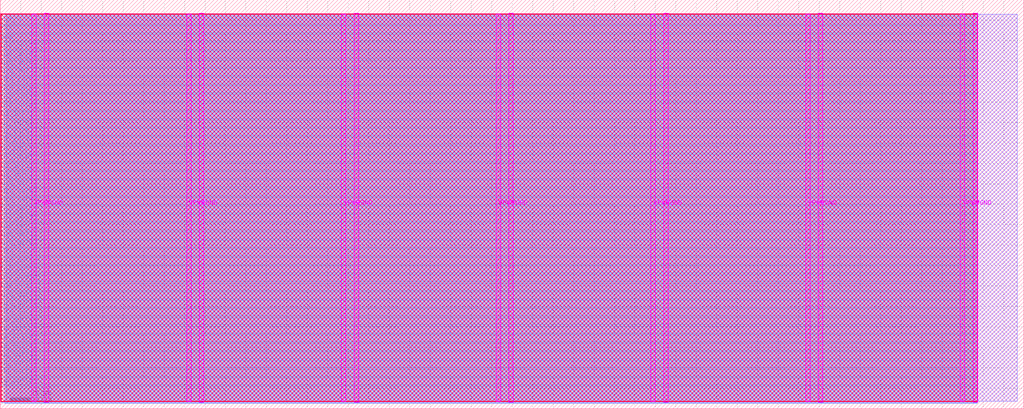
<source format=lef>
VERSION 5.7 ;
  NOWIREEXTENSIONATPIN ON ;
  DIVIDERCHAR "/" ;
  BUSBITCHARS "[]" ;
MACRO heichips25_template
  CLASS BLOCK ;
  FOREIGN heichips25_template ;
  ORIGIN 0.000 0.000 ;
  SIZE 500.000 BY 200.000 ;
  PIN VGND
    DIRECTION INOUT ;
    USE GROUND ;
    PORT
      LAYER TopMetal1 ;
        RECT 21.580 3.150 23.780 193.410 ;
    END
    PORT
      LAYER TopMetal1 ;
        RECT 97.180 3.150 99.380 193.410 ;
    END
    PORT
      LAYER TopMetal1 ;
        RECT 172.780 3.150 174.980 193.410 ;
    END
    PORT
      LAYER TopMetal1 ;
        RECT 248.380 3.150 250.580 193.410 ;
    END
    PORT
      LAYER TopMetal1 ;
        RECT 323.980 3.150 326.180 193.410 ;
    END
    PORT
      LAYER TopMetal1 ;
        RECT 399.580 3.150 401.780 193.410 ;
    END
    PORT
      LAYER TopMetal1 ;
        RECT 475.180 3.150 477.380 193.410 ;
    END
  END VGND
  PIN VPWR
    DIRECTION INOUT ;
    USE POWER ;
    PORT
      LAYER TopMetal1 ;
        RECT 15.380 3.560 17.580 193.000 ;
    END
    PORT
      LAYER TopMetal1 ;
        RECT 90.980 3.560 93.180 193.000 ;
    END
    PORT
      LAYER TopMetal1 ;
        RECT 166.580 3.560 168.780 193.000 ;
    END
    PORT
      LAYER TopMetal1 ;
        RECT 242.180 3.560 244.380 193.000 ;
    END
    PORT
      LAYER TopMetal1 ;
        RECT 317.780 3.560 319.980 193.000 ;
    END
    PORT
      LAYER TopMetal1 ;
        RECT 393.380 3.560 395.580 193.000 ;
    END
    PORT
      LAYER TopMetal1 ;
        RECT 468.980 3.560 471.180 193.000 ;
    END
  END VPWR
  PIN clk
    DIRECTION INPUT ;
    USE SIGNAL ;
    ANTENNAGATEAREA 0.725400 ;
    PORT
      LAYER Metal3 ;
        RECT 0.000 183.340 0.400 183.740 ;
    END
  END clk
  PIN ena
    DIRECTION INPUT ;
    USE SIGNAL ;
    PORT
      LAYER Metal3 ;
        RECT 0.000 179.140 0.400 179.540 ;
    END
  END ena
  PIN rst_n
    DIRECTION INPUT ;
    USE SIGNAL ;
    ANTENNAGATEAREA 0.725400 ;
    PORT
      LAYER Metal3 ;
        RECT 0.000 187.540 0.400 187.940 ;
    END
  END rst_n
  PIN ui_in[0]
    DIRECTION INPUT ;
    USE SIGNAL ;
    ANTENNAGATEAREA 0.213200 ;
    PORT
      LAYER Metal3 ;
        RECT 0.000 111.940 0.400 112.340 ;
    END
  END ui_in[0]
  PIN ui_in[1]
    DIRECTION INPUT ;
    USE SIGNAL ;
    ANTENNAGATEAREA 0.213200 ;
    PORT
      LAYER Metal3 ;
        RECT 0.000 116.140 0.400 116.540 ;
    END
  END ui_in[1]
  PIN ui_in[2]
    DIRECTION INPUT ;
    USE SIGNAL ;
    ANTENNAGATEAREA 0.213200 ;
    PORT
      LAYER Metal3 ;
        RECT 0.000 120.340 0.400 120.740 ;
    END
  END ui_in[2]
  PIN ui_in[3]
    DIRECTION INPUT ;
    USE SIGNAL ;
    ANTENNAGATEAREA 0.213200 ;
    PORT
      LAYER Metal3 ;
        RECT 0.000 124.540 0.400 124.940 ;
    END
  END ui_in[3]
  PIN ui_in[4]
    DIRECTION INPUT ;
    USE SIGNAL ;
    ANTENNAGATEAREA 0.725400 ;
    PORT
      LAYER Metal3 ;
        RECT 0.000 128.740 0.400 129.140 ;
    END
  END ui_in[4]
  PIN ui_in[5]
    DIRECTION INPUT ;
    USE SIGNAL ;
    ANTENNAGATEAREA 0.213200 ;
    PORT
      LAYER Metal3 ;
        RECT 0.000 132.940 0.400 133.340 ;
    END
  END ui_in[5]
  PIN ui_in[6]
    DIRECTION INPUT ;
    USE SIGNAL ;
    ANTENNAGATEAREA 0.213200 ;
    PORT
      LAYER Metal3 ;
        RECT 0.000 137.140 0.400 137.540 ;
    END
  END ui_in[6]
  PIN ui_in[7]
    DIRECTION INPUT ;
    USE SIGNAL ;
    PORT
      LAYER Metal3 ;
        RECT 0.000 141.340 0.400 141.740 ;
    END
  END ui_in[7]
  PIN uio_in[0]
    DIRECTION INPUT ;
    USE SIGNAL ;
    PORT
      LAYER Metal3 ;
        RECT 0.000 145.540 0.400 145.940 ;
    END
  END uio_in[0]
  PIN uio_in[1]
    DIRECTION INPUT ;
    USE SIGNAL ;
    PORT
      LAYER Metal3 ;
        RECT 0.000 149.740 0.400 150.140 ;
    END
  END uio_in[1]
  PIN uio_in[2]
    DIRECTION INPUT ;
    USE SIGNAL ;
    PORT
      LAYER Metal3 ;
        RECT 0.000 153.940 0.400 154.340 ;
    END
  END uio_in[2]
  PIN uio_in[3]
    DIRECTION INPUT ;
    USE SIGNAL ;
    PORT
      LAYER Metal3 ;
        RECT 0.000 158.140 0.400 158.540 ;
    END
  END uio_in[3]
  PIN uio_in[4]
    DIRECTION INPUT ;
    USE SIGNAL ;
    PORT
      LAYER Metal3 ;
        RECT 0.000 162.340 0.400 162.740 ;
    END
  END uio_in[4]
  PIN uio_in[5]
    DIRECTION INPUT ;
    USE SIGNAL ;
    PORT
      LAYER Metal3 ;
        RECT 0.000 166.540 0.400 166.940 ;
    END
  END uio_in[5]
  PIN uio_in[6]
    DIRECTION INPUT ;
    USE SIGNAL ;
    PORT
      LAYER Metal3 ;
        RECT 0.000 170.740 0.400 171.140 ;
    END
  END uio_in[6]
  PIN uio_in[7]
    DIRECTION INPUT ;
    USE SIGNAL ;
    PORT
      LAYER Metal3 ;
        RECT 0.000 174.940 0.400 175.340 ;
    END
  END uio_in[7]
  PIN uio_oe[0]
    DIRECTION OUTPUT ;
    USE SIGNAL ;
    ANTENNADIFFAREA 0.392700 ;
    PORT
      LAYER Metal3 ;
        RECT 0.000 78.340 0.400 78.740 ;
    END
  END uio_oe[0]
  PIN uio_oe[1]
    DIRECTION OUTPUT ;
    USE SIGNAL ;
    ANTENNADIFFAREA 0.392700 ;
    PORT
      LAYER Metal3 ;
        RECT 0.000 82.540 0.400 82.940 ;
    END
  END uio_oe[1]
  PIN uio_oe[2]
    DIRECTION OUTPUT ;
    USE SIGNAL ;
    ANTENNADIFFAREA 0.392700 ;
    PORT
      LAYER Metal3 ;
        RECT 0.000 86.740 0.400 87.140 ;
    END
  END uio_oe[2]
  PIN uio_oe[3]
    DIRECTION OUTPUT ;
    USE SIGNAL ;
    ANTENNADIFFAREA 0.392700 ;
    PORT
      LAYER Metal3 ;
        RECT 0.000 90.940 0.400 91.340 ;
    END
  END uio_oe[3]
  PIN uio_oe[4]
    DIRECTION OUTPUT ;
    USE SIGNAL ;
    ANTENNADIFFAREA 0.392700 ;
    PORT
      LAYER Metal3 ;
        RECT 0.000 95.140 0.400 95.540 ;
    END
  END uio_oe[4]
  PIN uio_oe[5]
    DIRECTION OUTPUT ;
    USE SIGNAL ;
    ANTENNADIFFAREA 0.392700 ;
    PORT
      LAYER Metal3 ;
        RECT 0.000 99.340 0.400 99.740 ;
    END
  END uio_oe[5]
  PIN uio_oe[6]
    DIRECTION OUTPUT ;
    USE SIGNAL ;
    ANTENNADIFFAREA 0.392700 ;
    PORT
      LAYER Metal3 ;
        RECT 0.000 103.540 0.400 103.940 ;
    END
  END uio_oe[6]
  PIN uio_oe[7]
    DIRECTION OUTPUT ;
    USE SIGNAL ;
    ANTENNADIFFAREA 0.392700 ;
    PORT
      LAYER Metal3 ;
        RECT 0.000 107.740 0.400 108.140 ;
    END
  END uio_oe[7]
  PIN uio_out[0]
    DIRECTION OUTPUT ;
    USE SIGNAL ;
    ANTENNADIFFAREA 0.708600 ;
    PORT
      LAYER Metal3 ;
        RECT 0.000 44.740 0.400 45.140 ;
    END
  END uio_out[0]
  PIN uio_out[1]
    DIRECTION OUTPUT ;
    USE SIGNAL ;
    ANTENNADIFFAREA 0.299200 ;
    PORT
      LAYER Metal3 ;
        RECT 0.000 48.940 0.400 49.340 ;
    END
  END uio_out[1]
  PIN uio_out[2]
    DIRECTION OUTPUT ;
    USE SIGNAL ;
    ANTENNADIFFAREA 0.299200 ;
    PORT
      LAYER Metal3 ;
        RECT 0.000 53.140 0.400 53.540 ;
    END
  END uio_out[2]
  PIN uio_out[3]
    DIRECTION OUTPUT ;
    USE SIGNAL ;
    ANTENNADIFFAREA 0.299200 ;
    PORT
      LAYER Metal3 ;
        RECT 0.000 57.340 0.400 57.740 ;
    END
  END uio_out[3]
  PIN uio_out[4]
    DIRECTION OUTPUT ;
    USE SIGNAL ;
    ANTENNADIFFAREA 0.299200 ;
    PORT
      LAYER Metal3 ;
        RECT 0.000 61.540 0.400 61.940 ;
    END
  END uio_out[4]
  PIN uio_out[5]
    DIRECTION OUTPUT ;
    USE SIGNAL ;
    ANTENNADIFFAREA 0.299200 ;
    PORT
      LAYER Metal3 ;
        RECT 0.000 65.740 0.400 66.140 ;
    END
  END uio_out[5]
  PIN uio_out[6]
    DIRECTION OUTPUT ;
    USE SIGNAL ;
    ANTENNADIFFAREA 0.299200 ;
    PORT
      LAYER Metal3 ;
        RECT 0.000 69.940 0.400 70.340 ;
    END
  END uio_out[6]
  PIN uio_out[7]
    DIRECTION OUTPUT ;
    USE SIGNAL ;
    ANTENNADIFFAREA 0.299200 ;
    PORT
      LAYER Metal3 ;
        RECT 0.000 74.140 0.400 74.540 ;
    END
  END uio_out[7]
  PIN uo_out[0]
    DIRECTION OUTPUT ;
    USE SIGNAL ;
    ANTENNADIFFAREA 0.708600 ;
    PORT
      LAYER Metal3 ;
        RECT 0.000 11.140 0.400 11.540 ;
    END
  END uo_out[0]
  PIN uo_out[1]
    DIRECTION OUTPUT ;
    USE SIGNAL ;
    ANTENNADIFFAREA 0.708600 ;
    PORT
      LAYER Metal3 ;
        RECT 0.000 15.340 0.400 15.740 ;
    END
  END uo_out[1]
  PIN uo_out[2]
    DIRECTION OUTPUT ;
    USE SIGNAL ;
    ANTENNADIFFAREA 0.708600 ;
    PORT
      LAYER Metal3 ;
        RECT 0.000 19.540 0.400 19.940 ;
    END
  END uo_out[2]
  PIN uo_out[3]
    DIRECTION OUTPUT ;
    USE SIGNAL ;
    ANTENNADIFFAREA 0.708600 ;
    PORT
      LAYER Metal3 ;
        RECT 0.000 23.740 0.400 24.140 ;
    END
  END uo_out[3]
  PIN uo_out[4]
    DIRECTION OUTPUT ;
    USE SIGNAL ;
    ANTENNADIFFAREA 0.708600 ;
    PORT
      LAYER Metal3 ;
        RECT 0.000 27.940 0.400 28.340 ;
    END
  END uo_out[4]
  PIN uo_out[5]
    DIRECTION OUTPUT ;
    USE SIGNAL ;
    ANTENNADIFFAREA 0.708600 ;
    PORT
      LAYER Metal3 ;
        RECT 0.000 32.140 0.400 32.540 ;
    END
  END uo_out[5]
  PIN uo_out[6]
    DIRECTION OUTPUT ;
    USE SIGNAL ;
    ANTENNADIFFAREA 0.708600 ;
    PORT
      LAYER Metal3 ;
        RECT 0.000 36.340 0.400 36.740 ;
    END
  END uo_out[6]
  PIN uo_out[7]
    DIRECTION OUTPUT ;
    USE SIGNAL ;
    ANTENNADIFFAREA 0.708600 ;
    PORT
      LAYER Metal3 ;
        RECT 0.000 40.540 0.400 40.940 ;
    END
  END uo_out[7]
  OBS
      LAYER GatPoly ;
        RECT 2.880 3.630 496.800 192.930 ;
      LAYER Metal1 ;
        RECT 2.880 3.560 496.800 193.000 ;
      LAYER Metal2 ;
        RECT 2.295 2.795 477.200 192.925 ;
      LAYER Metal3 ;
        RECT 0.400 188.150 477.245 192.880 ;
        RECT 0.610 187.330 477.245 188.150 ;
        RECT 0.400 183.950 477.245 187.330 ;
        RECT 0.610 183.130 477.245 183.950 ;
        RECT 0.400 179.750 477.245 183.130 ;
        RECT 0.610 178.930 477.245 179.750 ;
        RECT 0.400 175.550 477.245 178.930 ;
        RECT 0.610 174.730 477.245 175.550 ;
        RECT 0.400 171.350 477.245 174.730 ;
        RECT 0.610 170.530 477.245 171.350 ;
        RECT 0.400 167.150 477.245 170.530 ;
        RECT 0.610 166.330 477.245 167.150 ;
        RECT 0.400 162.950 477.245 166.330 ;
        RECT 0.610 162.130 477.245 162.950 ;
        RECT 0.400 158.750 477.245 162.130 ;
        RECT 0.610 157.930 477.245 158.750 ;
        RECT 0.400 154.550 477.245 157.930 ;
        RECT 0.610 153.730 477.245 154.550 ;
        RECT 0.400 150.350 477.245 153.730 ;
        RECT 0.610 149.530 477.245 150.350 ;
        RECT 0.400 146.150 477.245 149.530 ;
        RECT 0.610 145.330 477.245 146.150 ;
        RECT 0.400 141.950 477.245 145.330 ;
        RECT 0.610 141.130 477.245 141.950 ;
        RECT 0.400 137.750 477.245 141.130 ;
        RECT 0.610 136.930 477.245 137.750 ;
        RECT 0.400 133.550 477.245 136.930 ;
        RECT 0.610 132.730 477.245 133.550 ;
        RECT 0.400 129.350 477.245 132.730 ;
        RECT 0.610 128.530 477.245 129.350 ;
        RECT 0.400 125.150 477.245 128.530 ;
        RECT 0.610 124.330 477.245 125.150 ;
        RECT 0.400 120.950 477.245 124.330 ;
        RECT 0.610 120.130 477.245 120.950 ;
        RECT 0.400 116.750 477.245 120.130 ;
        RECT 0.610 115.930 477.245 116.750 ;
        RECT 0.400 112.550 477.245 115.930 ;
        RECT 0.610 111.730 477.245 112.550 ;
        RECT 0.400 108.350 477.245 111.730 ;
        RECT 0.610 107.530 477.245 108.350 ;
        RECT 0.400 104.150 477.245 107.530 ;
        RECT 0.610 103.330 477.245 104.150 ;
        RECT 0.400 99.950 477.245 103.330 ;
        RECT 0.610 99.130 477.245 99.950 ;
        RECT 0.400 95.750 477.245 99.130 ;
        RECT 0.610 94.930 477.245 95.750 ;
        RECT 0.400 91.550 477.245 94.930 ;
        RECT 0.610 90.730 477.245 91.550 ;
        RECT 0.400 87.350 477.245 90.730 ;
        RECT 0.610 86.530 477.245 87.350 ;
        RECT 0.400 83.150 477.245 86.530 ;
        RECT 0.610 82.330 477.245 83.150 ;
        RECT 0.400 78.950 477.245 82.330 ;
        RECT 0.610 78.130 477.245 78.950 ;
        RECT 0.400 74.750 477.245 78.130 ;
        RECT 0.610 73.930 477.245 74.750 ;
        RECT 0.400 70.550 477.245 73.930 ;
        RECT 0.610 69.730 477.245 70.550 ;
        RECT 0.400 66.350 477.245 69.730 ;
        RECT 0.610 65.530 477.245 66.350 ;
        RECT 0.400 62.150 477.245 65.530 ;
        RECT 0.610 61.330 477.245 62.150 ;
        RECT 0.400 57.950 477.245 61.330 ;
        RECT 0.610 57.130 477.245 57.950 ;
        RECT 0.400 53.750 477.245 57.130 ;
        RECT 0.610 52.930 477.245 53.750 ;
        RECT 0.400 49.550 477.245 52.930 ;
        RECT 0.610 48.730 477.245 49.550 ;
        RECT 0.400 45.350 477.245 48.730 ;
        RECT 0.610 44.530 477.245 45.350 ;
        RECT 0.400 41.150 477.245 44.530 ;
        RECT 0.610 40.330 477.245 41.150 ;
        RECT 0.400 36.950 477.245 40.330 ;
        RECT 0.610 36.130 477.245 36.950 ;
        RECT 0.400 32.750 477.245 36.130 ;
        RECT 0.610 31.930 477.245 32.750 ;
        RECT 0.400 28.550 477.245 31.930 ;
        RECT 0.610 27.730 477.245 28.550 ;
        RECT 0.400 24.350 477.245 27.730 ;
        RECT 0.610 23.530 477.245 24.350 ;
        RECT 0.400 20.150 477.245 23.530 ;
        RECT 0.610 19.330 477.245 20.150 ;
        RECT 0.400 15.950 477.245 19.330 ;
        RECT 0.610 15.130 477.245 15.950 ;
        RECT 0.400 11.750 477.245 15.130 ;
        RECT 0.610 10.930 477.245 11.750 ;
        RECT 0.400 2.840 477.245 10.930 ;
      LAYER Metal4 ;
        RECT 0.375 3.635 477.200 192.925 ;
      LAYER Metal5 ;
        RECT 0.335 3.470 477.245 193.090 ;
  END
END heichips25_template
END LIBRARY


</source>
